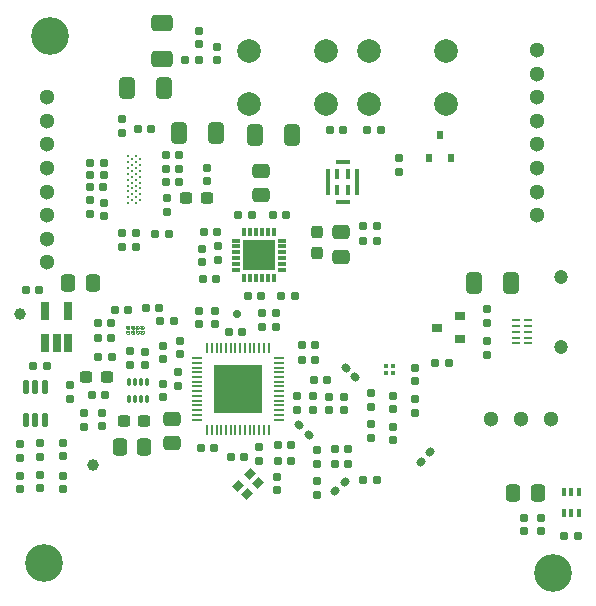
<source format=gts>
G04 #@! TF.GenerationSoftware,KiCad,Pcbnew,7.0.1*
G04 #@! TF.CreationDate,2023-10-11T20:36:53-05:00*
G04 #@! TF.ProjectId,Main_Board,4d61696e-5f42-46f6-9172-642e6b696361,1*
G04 #@! TF.SameCoordinates,Original*
G04 #@! TF.FileFunction,Soldermask,Top*
G04 #@! TF.FilePolarity,Negative*
%FSLAX46Y46*%
G04 Gerber Fmt 4.6, Leading zero omitted, Abs format (unit mm)*
G04 Created by KiCad (PCBNEW 7.0.1) date 2023-10-11 20:36:53*
%MOMM*%
%LPD*%
G01*
G04 APERTURE LIST*
G04 Aperture macros list*
%AMRoundRect*
0 Rectangle with rounded corners*
0 $1 Rounding radius*
0 $2 $3 $4 $5 $6 $7 $8 $9 X,Y pos of 4 corners*
0 Add a 4 corners polygon primitive as box body*
4,1,4,$2,$3,$4,$5,$6,$7,$8,$9,$2,$3,0*
0 Add four circle primitives for the rounded corners*
1,1,$1+$1,$2,$3*
1,1,$1+$1,$4,$5*
1,1,$1+$1,$6,$7*
1,1,$1+$1,$8,$9*
0 Add four rect primitives between the rounded corners*
20,1,$1+$1,$2,$3,$4,$5,0*
20,1,$1+$1,$4,$5,$6,$7,0*
20,1,$1+$1,$6,$7,$8,$9,0*
20,1,$1+$1,$8,$9,$2,$3,0*%
%AMRotRect*
0 Rectangle, with rotation*
0 The origin of the aperture is its center*
0 $1 length*
0 $2 width*
0 $3 Rotation angle, in degrees counterclockwise*
0 Add horizontal line*
21,1,$1,$2,0,0,$3*%
G04 Aperture macros list end*
%ADD10C,0.005000*%
%ADD11RoundRect,0.155000X0.212500X0.155000X-0.212500X0.155000X-0.212500X-0.155000X0.212500X-0.155000X0*%
%ADD12RoundRect,0.155000X-0.155000X0.212500X-0.155000X-0.212500X0.155000X-0.212500X0.155000X0.212500X0*%
%ADD13RoundRect,0.155000X0.259862X-0.040659X-0.040659X0.259862X-0.259862X0.040659X0.040659X-0.259862X0*%
%ADD14RoundRect,0.155000X-0.212500X-0.155000X0.212500X-0.155000X0.212500X0.155000X-0.212500X0.155000X0*%
%ADD15C,3.200000*%
%ADD16RoundRect,0.155000X0.155000X-0.212500X0.155000X0.212500X-0.155000X0.212500X-0.155000X-0.212500X0*%
%ADD17RoundRect,0.237500X0.237500X-0.300000X0.237500X0.300000X-0.237500X0.300000X-0.237500X-0.300000X0*%
%ADD18RoundRect,0.112500X0.112500X-0.487500X0.112500X0.487500X-0.112500X0.487500X-0.112500X-0.487500X0*%
%ADD19RoundRect,0.250000X-0.412500X-0.650000X0.412500X-0.650000X0.412500X0.650000X-0.412500X0.650000X0*%
%ADD20C,0.270000*%
%ADD21C,1.300000*%
%ADD22RoundRect,0.237500X-0.300000X-0.237500X0.300000X-0.237500X0.300000X0.237500X-0.300000X0.237500X0*%
%ADD23RoundRect,0.250000X0.650000X-0.412500X0.650000X0.412500X-0.650000X0.412500X-0.650000X-0.412500X0*%
%ADD24R,0.300000X0.650000*%
%ADD25RoundRect,0.250000X0.475000X-0.337500X0.475000X0.337500X-0.475000X0.337500X-0.475000X-0.337500X0*%
%ADD26RotRect,0.750000X0.700000X225.000000*%
%ADD27RoundRect,0.250000X0.337500X0.475000X-0.337500X0.475000X-0.337500X-0.475000X0.337500X-0.475000X0*%
%ADD28R,0.400000X0.400000*%
%ADD29R,0.650000X1.560000*%
%ADD30RoundRect,0.150000X-0.150000X-0.150000X0.150000X-0.150000X0.150000X0.150000X-0.150000X0.150000X0*%
%ADD31RoundRect,0.250000X-0.475000X0.337500X-0.475000X-0.337500X0.475000X-0.337500X0.475000X0.337500X0*%
%ADD32RoundRect,0.237500X0.300000X0.237500X-0.300000X0.237500X-0.300000X-0.237500X0.300000X-0.237500X0*%
%ADD33R,0.725000X0.250000*%
%ADD34R,0.775000X0.250000*%
%ADD35RoundRect,0.250000X0.412500X0.650000X-0.412500X0.650000X-0.412500X-0.650000X0.412500X-0.650000X0*%
%ADD36C,0.230000*%
%ADD37RoundRect,0.155000X0.040659X0.259862X-0.259862X-0.040659X-0.040659X-0.259862X0.259862X0.040659X0*%
%ADD38C,1.000000*%
%ADD39RoundRect,0.050000X0.100000X-0.285000X0.100000X0.285000X-0.100000X0.285000X-0.100000X-0.285000X0*%
%ADD40R,0.800000X0.300000*%
%ADD41R,0.300000X0.800000*%
%ADD42R,2.750000X2.650000*%
%ADD43C,2.000000*%
%ADD44R,0.900000X0.800000*%
%ADD45R,0.850000X0.200000*%
%ADD46R,0.200000X0.850000*%
%ADD47R,4.050000X4.050000*%
%ADD48RoundRect,0.250000X-0.337500X-0.475000X0.337500X-0.475000X0.337500X0.475000X-0.337500X0.475000X0*%
%ADD49R,0.400000X0.950000*%
%ADD50R,0.350000X2.300000*%
%ADD51R,1.300000X0.350000*%
%ADD52R,0.600000X0.700000*%
%ADD53C,1.200000*%
G04 APERTURE END LIST*
D10*
X195641467Y-47405932D02*
X195491467Y-47405932D01*
X196041467Y-47405932D02*
X195891467Y-47405932D01*
X196441467Y-47405932D02*
X196291467Y-47405932D01*
X196841467Y-47405932D02*
X196691467Y-47405932D01*
X196241467Y-47356287D02*
X196241467Y-47206287D01*
X195441467Y-47355932D02*
X195441467Y-47205932D01*
X195841467Y-47355932D02*
X195841467Y-47205932D01*
X196641467Y-47355932D02*
X196641467Y-47205932D01*
X195691467Y-47205932D02*
X195691467Y-47355932D01*
X196091467Y-47205932D02*
X196091467Y-47355932D01*
X196491467Y-47205932D02*
X196491467Y-47355932D01*
X196891467Y-47205932D02*
X196891467Y-47355932D01*
X195491467Y-47155932D02*
X195641467Y-47155932D01*
X195891467Y-47155932D02*
X196041467Y-47155932D01*
X196291467Y-47155932D02*
X196441467Y-47155932D01*
X196691467Y-47155932D02*
X196841467Y-47155932D01*
X195641822Y-47006287D02*
X195491822Y-47006287D01*
X196041822Y-47006287D02*
X195891822Y-47006287D01*
X196441822Y-47006287D02*
X196291822Y-47006287D01*
X196841822Y-47006287D02*
X196691822Y-47006287D01*
X195441822Y-46956287D02*
X195441822Y-46806287D01*
X195841822Y-46956287D02*
X195841822Y-46806287D01*
X196241822Y-46956287D02*
X196241822Y-46806287D01*
X196641822Y-46956287D02*
X196641822Y-46806287D01*
X195691822Y-46806287D02*
X195691822Y-46956287D01*
X196091822Y-46806287D02*
X196091822Y-46956287D01*
X196491822Y-46806287D02*
X196491822Y-46956287D01*
X196891822Y-46806287D02*
X196891822Y-46956287D01*
X195491822Y-46756287D02*
X195641822Y-46756287D01*
X195891822Y-46756287D02*
X196041822Y-46756287D01*
X196291822Y-46756287D02*
X196441822Y-46756287D01*
X196691822Y-46756287D02*
X196841822Y-46756287D01*
X195441467Y-47355932D02*
G75*
G03*
X195491467Y-47405932I50001J1D01*
G01*
X195841467Y-47355932D02*
G75*
G03*
X195891467Y-47405932I50001J1D01*
G01*
X196241467Y-47355932D02*
G75*
G03*
X196291467Y-47405932I50001J1D01*
G01*
X196641467Y-47355932D02*
G75*
G03*
X196691467Y-47405932I50001J1D01*
G01*
X195641467Y-47405932D02*
G75*
G03*
X195691467Y-47355932I-1J50001D01*
G01*
X196041467Y-47405932D02*
G75*
G03*
X196091467Y-47355932I-1J50001D01*
G01*
X196441467Y-47405932D02*
G75*
G03*
X196491467Y-47355932I-1J50001D01*
G01*
X196841467Y-47405932D02*
G75*
G03*
X196891467Y-47355932I-1J50001D01*
G01*
X195491467Y-47155932D02*
G75*
G03*
X195441467Y-47205932I5J-50005D01*
G01*
X195891467Y-47155932D02*
G75*
G03*
X195841467Y-47205932I5J-50005D01*
G01*
X196291467Y-47155932D02*
G75*
G03*
X196241467Y-47205932I5J-50005D01*
G01*
X196691467Y-47155932D02*
G75*
G03*
X196641467Y-47205932I5J-50005D01*
G01*
X195691467Y-47205932D02*
G75*
G03*
X195641467Y-47155932I-50005J-5D01*
G01*
X196091467Y-47205932D02*
G75*
G03*
X196041467Y-47155932I-50005J-5D01*
G01*
X196491467Y-47205932D02*
G75*
G03*
X196441467Y-47155932I-50005J-5D01*
G01*
X196891467Y-47205932D02*
G75*
G03*
X196841467Y-47155932I-50005J-5D01*
G01*
X195441822Y-46956287D02*
G75*
G03*
X195491822Y-47006287I50000J0D01*
G01*
X195841822Y-46956287D02*
G75*
G03*
X195891822Y-47006287I50000J0D01*
G01*
X196241822Y-46956287D02*
G75*
G03*
X196291822Y-47006287I50000J0D01*
G01*
X196641822Y-46956287D02*
G75*
G03*
X196691822Y-47006287I50000J0D01*
G01*
X195641822Y-47006287D02*
G75*
G03*
X195691822Y-46956287I0J50000D01*
G01*
X196041822Y-47006287D02*
G75*
G03*
X196091822Y-46956287I0J50000D01*
G01*
X196441822Y-47006287D02*
G75*
G03*
X196491822Y-46956287I0J50000D01*
G01*
X196841822Y-47006287D02*
G75*
G03*
X196891822Y-46956287I0J50000D01*
G01*
X195491822Y-46756287D02*
G75*
G03*
X195441822Y-46806287I0J-50000D01*
G01*
X195891822Y-46756287D02*
G75*
G03*
X195841822Y-46806287I0J-50000D01*
G01*
X196291822Y-46756287D02*
G75*
G03*
X196241822Y-46806287I0J-50000D01*
G01*
X196691822Y-46756287D02*
G75*
G03*
X196641822Y-46806287I0J-50000D01*
G01*
X195691822Y-46806287D02*
G75*
G03*
X195641822Y-46756287I-50000J0D01*
G01*
X196091822Y-46806287D02*
G75*
G03*
X196041822Y-46756287I-50000J0D01*
G01*
X196491822Y-46806287D02*
G75*
G03*
X196441822Y-46756287I-50000J0D01*
G01*
X196891822Y-46806287D02*
G75*
G03*
X196841822Y-46756287I-50000J0D01*
G01*
D11*
X199881822Y-33423787D03*
X198746822Y-33423787D03*
D12*
X202236822Y-33363787D03*
X202236822Y-34498787D03*
D13*
X210882422Y-55967787D03*
X210079856Y-55165221D03*
D11*
X208941822Y-37313787D03*
X207806822Y-37313787D03*
X199434322Y-46315787D03*
X198299322Y-46315787D03*
D14*
X198756822Y-32243787D03*
X199891822Y-32243787D03*
D15*
X231536922Y-67631687D03*
D16*
X198516822Y-49551287D03*
X198516822Y-48416287D03*
D11*
X214221822Y-58413787D03*
X213086822Y-58413787D03*
D17*
X211587822Y-40529387D03*
X211587822Y-38804387D03*
D16*
X190046822Y-57793787D03*
X190046822Y-56658787D03*
D11*
X211424922Y-48369987D03*
X210289922Y-48369987D03*
X199881822Y-34563787D03*
X198746822Y-34563787D03*
D18*
X186926822Y-54683787D03*
X187726822Y-54683787D03*
X188526822Y-54683787D03*
X188526822Y-51883787D03*
X187726822Y-51883787D03*
X186926822Y-51883787D03*
D14*
X192381822Y-32933787D03*
X193516822Y-32933787D03*
D19*
X199896822Y-30373787D03*
X203021822Y-30373787D03*
D16*
X201546822Y-22893787D03*
X201546822Y-21758787D03*
D20*
X195536822Y-36353787D03*
X195536822Y-35853787D03*
X195536822Y-35353787D03*
X195536822Y-34853787D03*
X195536822Y-34353787D03*
X195536822Y-33853787D03*
X195536822Y-33353787D03*
X195536822Y-32853787D03*
X195536822Y-32353787D03*
X195876822Y-36103787D03*
X195876822Y-35603787D03*
X195876822Y-35103787D03*
X195876822Y-34603787D03*
X195876822Y-34103787D03*
X195876822Y-33603787D03*
X195876822Y-33103787D03*
X195876822Y-32603787D03*
X196216822Y-36353787D03*
X196216822Y-35853787D03*
X196216822Y-35353787D03*
X196216822Y-34853787D03*
X196216822Y-34353787D03*
X196216822Y-33853787D03*
X196216822Y-33353787D03*
X196216822Y-32853787D03*
X196216822Y-32353787D03*
X196556822Y-36103787D03*
X196556822Y-35603787D03*
X196556822Y-35103787D03*
X196556822Y-34603787D03*
X196556822Y-34103787D03*
X196556822Y-33603787D03*
X196556822Y-33103787D03*
X196556822Y-32603787D03*
D15*
X188976922Y-22212687D03*
D14*
X192386822Y-33953787D03*
X193521822Y-33953787D03*
D21*
X231406822Y-54623787D03*
X228866822Y-54623787D03*
X226326822Y-54623787D03*
D16*
X186436822Y-60573787D03*
X186436822Y-59438787D03*
D14*
X196391822Y-30093787D03*
X197526822Y-30093787D03*
D16*
X206946822Y-46821287D03*
X206946822Y-45686287D03*
D14*
X200434322Y-24248787D03*
X201569322Y-24248787D03*
D22*
X192031822Y-51041287D03*
X193756822Y-51041287D03*
D14*
X208536822Y-44243787D03*
X209671822Y-44243787D03*
D16*
X208086822Y-46821287D03*
X208086822Y-45686287D03*
D23*
X198476822Y-24176287D03*
X198476822Y-21051287D03*
D16*
X190056822Y-60553787D03*
X190056822Y-59418787D03*
D24*
X232456822Y-62581287D03*
X233106822Y-62581287D03*
X233756822Y-62581287D03*
X233756822Y-60781287D03*
X233106822Y-60781287D03*
X232456822Y-60781287D03*
D14*
X194474022Y-45350587D03*
X195609022Y-45350587D03*
D16*
X188156822Y-57798787D03*
X188156822Y-56663787D03*
D25*
X199296822Y-56658787D03*
X199296822Y-54583787D03*
D16*
X203076822Y-24253787D03*
X203076822Y-23118787D03*
D12*
X191816822Y-54126287D03*
X191816822Y-55261287D03*
X211216822Y-52698787D03*
X211216822Y-53833787D03*
D11*
X212451822Y-51333787D03*
X211316822Y-51333787D03*
D14*
X192481822Y-52571287D03*
X193616822Y-52571287D03*
D26*
X206565870Y-60023977D03*
X205858764Y-59316871D03*
X205611276Y-60978571D03*
X204904170Y-60271465D03*
D27*
X196964322Y-57011287D03*
X194889322Y-57011287D03*
D12*
X198496822Y-51643787D03*
X198496822Y-52778787D03*
X202931822Y-45471287D03*
X202931822Y-46606287D03*
D28*
X217424422Y-50749187D03*
X218024422Y-50749187D03*
X218024422Y-50149187D03*
X217424422Y-50149187D03*
D16*
X195046822Y-40021287D03*
X195046822Y-38886287D03*
D29*
X188583622Y-48201787D03*
X189533622Y-48201787D03*
X190483622Y-48201787D03*
X190483622Y-45501787D03*
X188583622Y-45501787D03*
D16*
X186436822Y-57903787D03*
X186436822Y-56768787D03*
D30*
X204761022Y-45706187D03*
D11*
X216974322Y-30143787D03*
X215839322Y-30143787D03*
D16*
X225995422Y-46468187D03*
X225995422Y-45333187D03*
D31*
X206866622Y-33617887D03*
X206866622Y-35692887D03*
D16*
X193526822Y-37471287D03*
X193526822Y-36336287D03*
D15*
X188416922Y-66801687D03*
D16*
X199806822Y-51813787D03*
X199806822Y-50678787D03*
X219894422Y-54088787D03*
X219894422Y-52953787D03*
D32*
X196931822Y-54781287D03*
X195206822Y-54781287D03*
D11*
X222736222Y-49871787D03*
X221601222Y-49871787D03*
D14*
X197869322Y-38973787D03*
X199004322Y-38973787D03*
D16*
X230556822Y-64136287D03*
X230556822Y-63001287D03*
D33*
X229449822Y-48222187D03*
X229449822Y-47722187D03*
X229449822Y-47222187D03*
X229449822Y-46722187D03*
X229449822Y-46222187D03*
D34*
X228449822Y-46222187D03*
X228449822Y-46722187D03*
X228449822Y-47222187D03*
X228449822Y-47722187D03*
X228449822Y-48222187D03*
D12*
X197026822Y-48921287D03*
X197026822Y-50056287D03*
D16*
X196276822Y-40038787D03*
X196276822Y-38903787D03*
D11*
X206846822Y-44203787D03*
X205711822Y-44203787D03*
D14*
X204269322Y-57853787D03*
X205404322Y-57853787D03*
D16*
X212566822Y-53868787D03*
X212566822Y-52733787D03*
D35*
X227966823Y-43103787D03*
X224841823Y-43103787D03*
D14*
X187553922Y-50097187D03*
X188688922Y-50097187D03*
X204891822Y-37313787D03*
X206026822Y-37313787D03*
X204099322Y-47263787D03*
X205234322Y-47263787D03*
D13*
X214794022Y-51090987D03*
X213991456Y-50288421D03*
D11*
X194186822Y-49381287D03*
X193051822Y-49381287D03*
D16*
X198866822Y-37081287D03*
X198866822Y-35946287D03*
X211556822Y-58411287D03*
X211556822Y-57276287D03*
X208206822Y-60648787D03*
X208206822Y-59513787D03*
D11*
X209411822Y-58183787D03*
X208276822Y-58183787D03*
D36*
X195566822Y-47281287D03*
X195566822Y-46881287D03*
X195966822Y-47281287D03*
X195966822Y-46881287D03*
X196366822Y-47281287D03*
X196366822Y-46881287D03*
X196766822Y-47281287D03*
X196766822Y-46881287D03*
D11*
X216622822Y-39559387D03*
X215487822Y-39559387D03*
D14*
X201916222Y-42773187D03*
X203051222Y-42773187D03*
D16*
X188146822Y-60458787D03*
X188146822Y-59323787D03*
D12*
X218004422Y-55278787D03*
X218004422Y-56413787D03*
D11*
X214194322Y-57143787D03*
X213059322Y-57143787D03*
D25*
X213637822Y-40864387D03*
X213637822Y-38789387D03*
D37*
X213908105Y-59912504D03*
X213105539Y-60715070D03*
D16*
X218516822Y-33698787D03*
X218516822Y-32563787D03*
D14*
X186938222Y-43674187D03*
X188073222Y-43674187D03*
D11*
X233649522Y-64502187D03*
X232514522Y-64502187D03*
D38*
X186434922Y-45757687D03*
D37*
X221144022Y-57440987D03*
X220341456Y-58243553D03*
D16*
X211586822Y-61041287D03*
X211586822Y-59906287D03*
D39*
X195646822Y-52943787D03*
X196146822Y-52943787D03*
X196646822Y-52943787D03*
X197146822Y-52943787D03*
X197146822Y-51463787D03*
X196646822Y-51463787D03*
X196146822Y-51463787D03*
X195646822Y-51463787D03*
D16*
X226005422Y-49183187D03*
X226005422Y-48048187D03*
X190676722Y-52887087D03*
X190676722Y-51752087D03*
D11*
X198233222Y-45198187D03*
X197098222Y-45198187D03*
D16*
X213876822Y-53898787D03*
X213876822Y-52763787D03*
D40*
X208616822Y-42013787D03*
X208616822Y-41513787D03*
X208616822Y-41013787D03*
X208616822Y-40513787D03*
X208616822Y-40013787D03*
X208616822Y-39513787D03*
D41*
X207916822Y-38813787D03*
X207416822Y-38813787D03*
X206916822Y-38813787D03*
X206416822Y-38813787D03*
X205916822Y-38813787D03*
X205416822Y-38813787D03*
D40*
X204716822Y-39513787D03*
X204716822Y-40013787D03*
X204716822Y-40513787D03*
X204716822Y-41013787D03*
X204716822Y-41513787D03*
X204716822Y-42013787D03*
D41*
X205416822Y-42713787D03*
X205916822Y-42713787D03*
X206416822Y-42713787D03*
X206916822Y-42713787D03*
X207416822Y-42713787D03*
X207916822Y-42713787D03*
D42*
X206666822Y-40763787D03*
D43*
X222500522Y-27971687D03*
X216000522Y-27971687D03*
X222500522Y-23471687D03*
X216000522Y-23471687D03*
D44*
X223718822Y-47824587D03*
X221718822Y-46874587D03*
X223718822Y-45924587D03*
D16*
X203166822Y-41133787D03*
X203166822Y-39998787D03*
D12*
X199976822Y-47976287D03*
X199976822Y-49111287D03*
D21*
X230236822Y-23373787D03*
X230236822Y-25373787D03*
X230236822Y-27373787D03*
X230236822Y-29373787D03*
X230236822Y-31373787D03*
X230236822Y-33373787D03*
X230236822Y-35373787D03*
X230236822Y-37373787D03*
D11*
X194126822Y-47773787D03*
X192991822Y-47773787D03*
D14*
X201721822Y-57033787D03*
X202856822Y-57033787D03*
D12*
X193326822Y-54101287D03*
X193326822Y-55236287D03*
X216121822Y-55078787D03*
X216121822Y-56213787D03*
X195046822Y-29238787D03*
X195046822Y-30373787D03*
D45*
X208316822Y-54663787D03*
X208316822Y-54263787D03*
X208316822Y-53863787D03*
X208316822Y-53463787D03*
X208316822Y-53063787D03*
X208316822Y-52663787D03*
X208316822Y-52263787D03*
X208316822Y-51863787D03*
X208316822Y-51463787D03*
X208316822Y-51063787D03*
X208316822Y-50663787D03*
X208316822Y-50263787D03*
X208316822Y-49863787D03*
X208316822Y-49463787D03*
D46*
X207466822Y-48613787D03*
X207066822Y-48613787D03*
X206666822Y-48613787D03*
X206266822Y-48613787D03*
X205866822Y-48613787D03*
X205466822Y-48613787D03*
X205066822Y-48613787D03*
X204666822Y-48613787D03*
X204266822Y-48613787D03*
X203866822Y-48613787D03*
X203466822Y-48613787D03*
X203066822Y-48613787D03*
X202666822Y-48613787D03*
X202266822Y-48613787D03*
D45*
X201416822Y-49463787D03*
X201416822Y-49863787D03*
X201416822Y-50263787D03*
X201416822Y-50663787D03*
X201416822Y-51063787D03*
X201416822Y-51463787D03*
X201416822Y-51863787D03*
X201416822Y-52263787D03*
X201416822Y-52663787D03*
X201416822Y-53063787D03*
X201416822Y-53463787D03*
X201416822Y-53863787D03*
X201416822Y-54263787D03*
X201416822Y-54663787D03*
D46*
X202266822Y-55513787D03*
X202666822Y-55513787D03*
X203066822Y-55513787D03*
X203466822Y-55513787D03*
X203866822Y-55513787D03*
X204266822Y-55513787D03*
X204666822Y-55513787D03*
X205066822Y-55513787D03*
X205466822Y-55513787D03*
X205866822Y-55513787D03*
X206266822Y-55513787D03*
X206666822Y-55513787D03*
X207066822Y-55513787D03*
X207466822Y-55513787D03*
D47*
X204866822Y-52063787D03*
D19*
X195521822Y-26583787D03*
X198646822Y-26583787D03*
D35*
X209459322Y-30603787D03*
X206334322Y-30603787D03*
D12*
X201556822Y-45458787D03*
X201556822Y-46593787D03*
D48*
X190522322Y-43121787D03*
X192597322Y-43121787D03*
D16*
X217994422Y-53766687D03*
X217994422Y-52631687D03*
D43*
X212316922Y-27921687D03*
X205816922Y-27921687D03*
X212316922Y-23421687D03*
X205816922Y-23421687D03*
D16*
X192356822Y-37251287D03*
X192356822Y-36116287D03*
X219844422Y-51426687D03*
X219844422Y-50291687D03*
D14*
X201971822Y-38763787D03*
X203106822Y-38763787D03*
D16*
X201826822Y-41338787D03*
X201826822Y-40203787D03*
D11*
X209384322Y-56853787D03*
X208249322Y-56853787D03*
D22*
X200516822Y-35943787D03*
X202241822Y-35943787D03*
D14*
X212671822Y-30173787D03*
X213806822Y-30173787D03*
D12*
X209916822Y-52706287D03*
X209916822Y-53841287D03*
D48*
X228196822Y-60896287D03*
X230271822Y-60896287D03*
D49*
X214197822Y-35239387D03*
X214197822Y-33889387D03*
X213297822Y-33889387D03*
X213297822Y-35239387D03*
D50*
X214972822Y-34564387D03*
D51*
X213747822Y-36289387D03*
X213747822Y-32839387D03*
D50*
X212522822Y-34564387D03*
D11*
X216621822Y-59753787D03*
X215486822Y-59753787D03*
D14*
X192992122Y-46518987D03*
X194127122Y-46518987D03*
X192359322Y-34993787D03*
X193494322Y-34993787D03*
D12*
X206666822Y-57008787D03*
X206666822Y-58143787D03*
D16*
X216124422Y-53584187D03*
X216124422Y-52449187D03*
D11*
X216637822Y-38279387D03*
X215502822Y-38279387D03*
D12*
X195706822Y-48886287D03*
X195706822Y-50021287D03*
D16*
X229106822Y-64136287D03*
X229106822Y-63001287D03*
D38*
X192645222Y-58507787D03*
D52*
X221996822Y-30543787D03*
X221046822Y-32543787D03*
X222946822Y-32543787D03*
D11*
X211433222Y-49643187D03*
X210298222Y-49643187D03*
D53*
X232221822Y-48563787D03*
X232221822Y-42563787D03*
D21*
X188733622Y-41368387D03*
X188733622Y-39368387D03*
X188733622Y-37368387D03*
X188733622Y-35368387D03*
X188733622Y-33368387D03*
X188733622Y-31368387D03*
X188733622Y-29368387D03*
X188733622Y-27368387D03*
M02*

</source>
